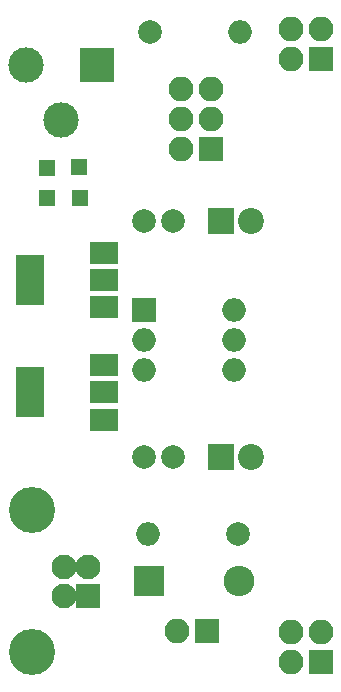
<source format=gts>
G04 #@! TF.GenerationSoftware,KiCad,Pcbnew,(5.1.4)-1*
G04 #@! TF.CreationDate,2020-11-14T09:15:54+05:30*
G04 #@! TF.ProjectId,Breadboard_Power_Supply,42726561-6462-46f6-9172-645f506f7765,1*
G04 #@! TF.SameCoordinates,Original*
G04 #@! TF.FileFunction,Soldermask,Top*
G04 #@! TF.FilePolarity,Negative*
%FSLAX46Y46*%
G04 Gerber Fmt 4.6, Leading zero omitted, Abs format (unit mm)*
G04 Created by KiCad (PCBNEW (5.1.4)-1) date 2020-11-14 09:15:54*
%MOMM*%
%LPD*%
G04 APERTURE LIST*
%ADD10O,2.000000X2.000000*%
%ADD11C,2.000000*%
%ADD12R,2.100000X2.100000*%
%ADD13C,2.100000*%
%ADD14C,3.900000*%
%ADD15C,3.000000*%
%ADD16R,3.000000X3.000000*%
%ADD17O,2.600000X2.600000*%
%ADD18R,2.600000X2.600000*%
%ADD19R,1.400000X1.400000*%
%ADD20O,2.100000X2.100000*%
%ADD21R,2.000000X2.000000*%
%ADD22C,2.200000*%
%ADD23R,2.200000X2.200000*%
%ADD24R,2.400000X1.900000*%
%ADD25R,2.400000X4.200000*%
G04 APERTURE END LIST*
D10*
X144880000Y-105500000D03*
D11*
X152500000Y-105500000D03*
D12*
X139750000Y-110750000D03*
D13*
X139750000Y-108250000D03*
X137750000Y-108250000D03*
X137750000Y-110750000D03*
D14*
X135040000Y-115520000D03*
X135040000Y-103480000D03*
D15*
X137500000Y-70450000D03*
X134500000Y-65750000D03*
D16*
X140500000Y-65750000D03*
D10*
X152620000Y-63000000D03*
D11*
X145000000Y-63000000D03*
D17*
X152520000Y-109500000D03*
D18*
X144900000Y-109500000D03*
D11*
X147000000Y-99000000D03*
X144500000Y-99000000D03*
X147000000Y-79000000D03*
X144500000Y-79000000D03*
D19*
X139025000Y-74425000D03*
X139050000Y-77025000D03*
X136325000Y-74475000D03*
X136325000Y-77050000D03*
D20*
X147635000Y-67795000D03*
X150175000Y-67795000D03*
X147635000Y-70335000D03*
X150175000Y-70335000D03*
X147635000Y-72875000D03*
D12*
X150175000Y-72875000D03*
D10*
X152120000Y-86500000D03*
X144500000Y-91580000D03*
X152120000Y-89040000D03*
X144500000Y-89040000D03*
X152120000Y-91580000D03*
D21*
X144500000Y-86500000D03*
D22*
X153540000Y-79000000D03*
D23*
X151000000Y-79000000D03*
D22*
X153540000Y-99000000D03*
D23*
X151000000Y-99000000D03*
D20*
X147300000Y-113700000D03*
D12*
X149840000Y-113700000D03*
D24*
X141150000Y-86300000D03*
X141150000Y-81700000D03*
X141150000Y-84000000D03*
D25*
X134850000Y-84000000D03*
D24*
X141150000Y-95800000D03*
X141150000Y-91200000D03*
X141150000Y-93500000D03*
D25*
X134850000Y-93500000D03*
D20*
X156960000Y-62710000D03*
X159500000Y-62710000D03*
X156960000Y-65250000D03*
D12*
X159500000Y-65250000D03*
D20*
X156960000Y-113760000D03*
X159500000Y-113760000D03*
X156960000Y-116300000D03*
D12*
X159500000Y-116300000D03*
M02*

</source>
